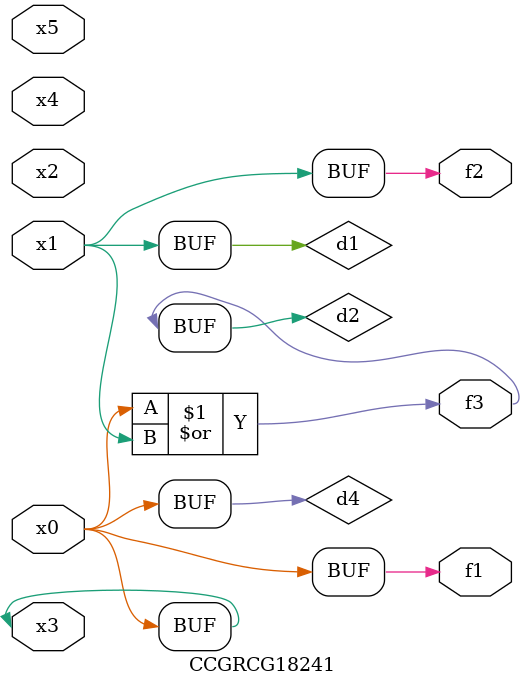
<source format=v>
module CCGRCG18241(
	input x0, x1, x2, x3, x4, x5,
	output f1, f2, f3
);

	wire d1, d2, d3, d4;

	and (d1, x1);
	or (d2, x0, x1);
	nand (d3, x0, x5);
	buf (d4, x0, x3);
	assign f1 = d4;
	assign f2 = d1;
	assign f3 = d2;
endmodule

</source>
